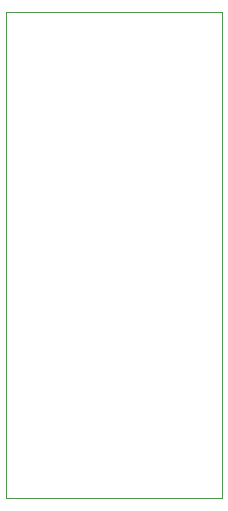
<source format=gko>
G04 #@! TF.GenerationSoftware,KiCad,Pcbnew,5.1.7-a382d34a8~87~ubuntu18.04.1*
G04 #@! TF.CreationDate,2020-10-26T15:35:19+00:00*
G04 #@! TF.ProjectId,ram_adapter_4l,72616d5f-6164-4617-9074-65725f346c2e,rev?*
G04 #@! TF.SameCoordinates,Original*
G04 #@! TF.FileFunction,Profile,NP*
%FSLAX46Y46*%
G04 Gerber Fmt 4.6, Leading zero omitted, Abs format (unit mm)*
G04 Created by KiCad (PCBNEW 5.1.7-a382d34a8~87~ubuntu18.04.1) date 2020-10-26 15:35:19*
%MOMM*%
%LPD*%
G01*
G04 APERTURE LIST*
G04 #@! TA.AperFunction,Profile*
%ADD10C,0.100000*%
G04 #@! TD*
G04 APERTURE END LIST*
D10*
X105664000Y-64516000D02*
X105664000Y-105664000D01*
X87376000Y-64516000D02*
X105664000Y-64516000D01*
X87376000Y-105664000D02*
X87376000Y-64516000D01*
X105664000Y-105664000D02*
X87376000Y-105664000D01*
M02*

</source>
